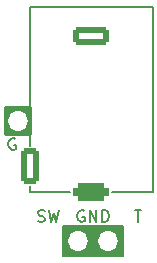
<source format=gbr>
%TF.GenerationSoftware,KiCad,Pcbnew,(6.0.2-0)*%
%TF.CreationDate,2022-02-21T14:16:59+09:00*%
%TF.ProjectId,ThonkiconnBreakout,54686f6e-6b69-4636-9f6e-6e427265616b,rev?*%
%TF.SameCoordinates,Original*%
%TF.FileFunction,Legend,Top*%
%TF.FilePolarity,Positive*%
%FSLAX46Y46*%
G04 Gerber Fmt 4.6, Leading zero omitted, Abs format (unit mm)*
G04 Created by KiCad (PCBNEW (6.0.2-0)) date 2022-02-21 14:16:59*
%MOMM*%
%LPD*%
G01*
G04 APERTURE LIST*
G04 Aperture macros list*
%AMRoundRect*
0 Rectangle with rounded corners*
0 $1 Rounding radius*
0 $2 $3 $4 $5 $6 $7 $8 $9 X,Y pos of 4 corners*
0 Add a 4 corners polygon primitive as box body*
4,1,4,$2,$3,$4,$5,$6,$7,$8,$9,$2,$3,0*
0 Add four circle primitives for the rounded corners*
1,1,$1+$1,$2,$3*
1,1,$1+$1,$4,$5*
1,1,$1+$1,$6,$7*
1,1,$1+$1,$8,$9*
0 Add four rect primitives between the rounded corners*
20,1,$1+$1,$2,$3,$4,$5,0*
20,1,$1+$1,$4,$5,$6,$7,0*
20,1,$1+$1,$6,$7,$8,$9,0*
20,1,$1+$1,$8,$9,$2,$3,0*%
G04 Aperture macros list end*
%ADD10C,0.300000*%
%ADD11C,0.150000*%
%ADD12C,0.200000*%
%ADD13O,1.700000X1.700000*%
%ADD14R,1.700000X1.700000*%
%ADD15RoundRect,0.250500X-1.249500X0.499500X-1.249500X-0.499500X1.249500X-0.499500X1.249500X0.499500X0*%
%ADD16RoundRect,0.250500X-0.499500X-1.249500X0.499500X-1.249500X0.499500X1.249500X-0.499500X1.249500X0*%
%ADD17RoundRect,0.375000X-1.125000X0.375000X-1.125000X-0.375000X1.125000X-0.375000X1.125000X0.375000X0*%
G04 APERTURE END LIST*
D10*
X109423200Y-54813200D02*
X111506000Y-54813200D01*
X111506000Y-54813200D02*
X111506000Y-57023000D01*
X111506000Y-57023000D02*
X109423200Y-57023000D01*
X109423200Y-57023000D02*
X109423200Y-54813200D01*
G36*
X109423200Y-54813200D02*
G01*
X111506000Y-54813200D01*
X111506000Y-57023000D01*
X109423200Y-57023000D01*
X109423200Y-54813200D01*
G37*
D11*
X110243904Y-57412000D02*
X110148666Y-57364380D01*
X110005809Y-57364380D01*
X109862952Y-57412000D01*
X109767714Y-57507238D01*
X109720095Y-57602476D01*
X109672476Y-57792952D01*
X109672476Y-57935809D01*
X109720095Y-58126285D01*
X109767714Y-58221523D01*
X109862952Y-58316761D01*
X110005809Y-58364380D01*
X110101047Y-58364380D01*
X110243904Y-58316761D01*
X110291523Y-58269142D01*
X110291523Y-57935809D01*
X110101047Y-57935809D01*
X112172857Y-64412761D02*
X112315714Y-64460380D01*
X112553809Y-64460380D01*
X112649047Y-64412761D01*
X112696666Y-64365142D01*
X112744285Y-64269904D01*
X112744285Y-64174666D01*
X112696666Y-64079428D01*
X112649047Y-64031809D01*
X112553809Y-63984190D01*
X112363333Y-63936571D01*
X112268095Y-63888952D01*
X112220476Y-63841333D01*
X112172857Y-63746095D01*
X112172857Y-63650857D01*
X112220476Y-63555619D01*
X112268095Y-63508000D01*
X112363333Y-63460380D01*
X112601428Y-63460380D01*
X112744285Y-63508000D01*
X113077619Y-63460380D02*
X113315714Y-64460380D01*
X113506190Y-63746095D01*
X113696666Y-64460380D01*
X113934761Y-63460380D01*
X120364285Y-63460380D02*
X120935714Y-63460380D01*
X120650000Y-64460380D02*
X120650000Y-63460380D01*
X116078095Y-63508000D02*
X115982857Y-63460380D01*
X115840000Y-63460380D01*
X115697142Y-63508000D01*
X115601904Y-63603238D01*
X115554285Y-63698476D01*
X115506666Y-63888952D01*
X115506666Y-64031809D01*
X115554285Y-64222285D01*
X115601904Y-64317523D01*
X115697142Y-64412761D01*
X115840000Y-64460380D01*
X115935238Y-64460380D01*
X116078095Y-64412761D01*
X116125714Y-64365142D01*
X116125714Y-64031809D01*
X115935238Y-64031809D01*
X116554285Y-64460380D02*
X116554285Y-63460380D01*
X117125714Y-64460380D01*
X117125714Y-63460380D01*
X117601904Y-64460380D02*
X117601904Y-63460380D01*
X117840000Y-63460380D01*
X117982857Y-63508000D01*
X118078095Y-63603238D01*
X118125714Y-63698476D01*
X118173333Y-63888952D01*
X118173333Y-64031809D01*
X118125714Y-64222285D01*
X118078095Y-64317523D01*
X117982857Y-64412761D01*
X117840000Y-64460380D01*
X117601904Y-64460380D01*
D12*
X114300000Y-64770000D02*
X119380000Y-64770000D01*
X119380000Y-64770000D02*
X119380000Y-67310000D01*
X119380000Y-67310000D02*
X114300000Y-67310000D01*
X114300000Y-67310000D02*
X114300000Y-64770000D01*
G36*
X114300000Y-64770000D02*
G01*
X119380000Y-64770000D01*
X119380000Y-67310000D01*
X114300000Y-67310000D01*
X114300000Y-64770000D01*
G37*
D11*
%TO.C,J1*%
X121869500Y-46256000D02*
X111469500Y-46256000D01*
X121869500Y-61956000D02*
X121869500Y-46256000D01*
X111469500Y-46256000D02*
X111469500Y-58056000D01*
X111469500Y-61956000D02*
X114869500Y-61956000D01*
X111469500Y-61456000D02*
X111469500Y-61956000D01*
X118469500Y-61956000D02*
X121869500Y-61956000D01*
%TD*%
%LPC*%
D13*
%TO.C,J3*%
X110490000Y-55880000D03*
D14*
X110490000Y-53340000D03*
%TD*%
D13*
%TO.C,J2*%
X113020000Y-66040000D03*
X115560000Y-66040000D03*
X118100000Y-66040000D03*
D14*
X120640000Y-66040000D03*
%TD*%
D15*
%TO.C,J1*%
X116669500Y-48756000D03*
D16*
X111469500Y-59756000D03*
D17*
X116669500Y-61956000D03*
%TD*%
M02*

</source>
